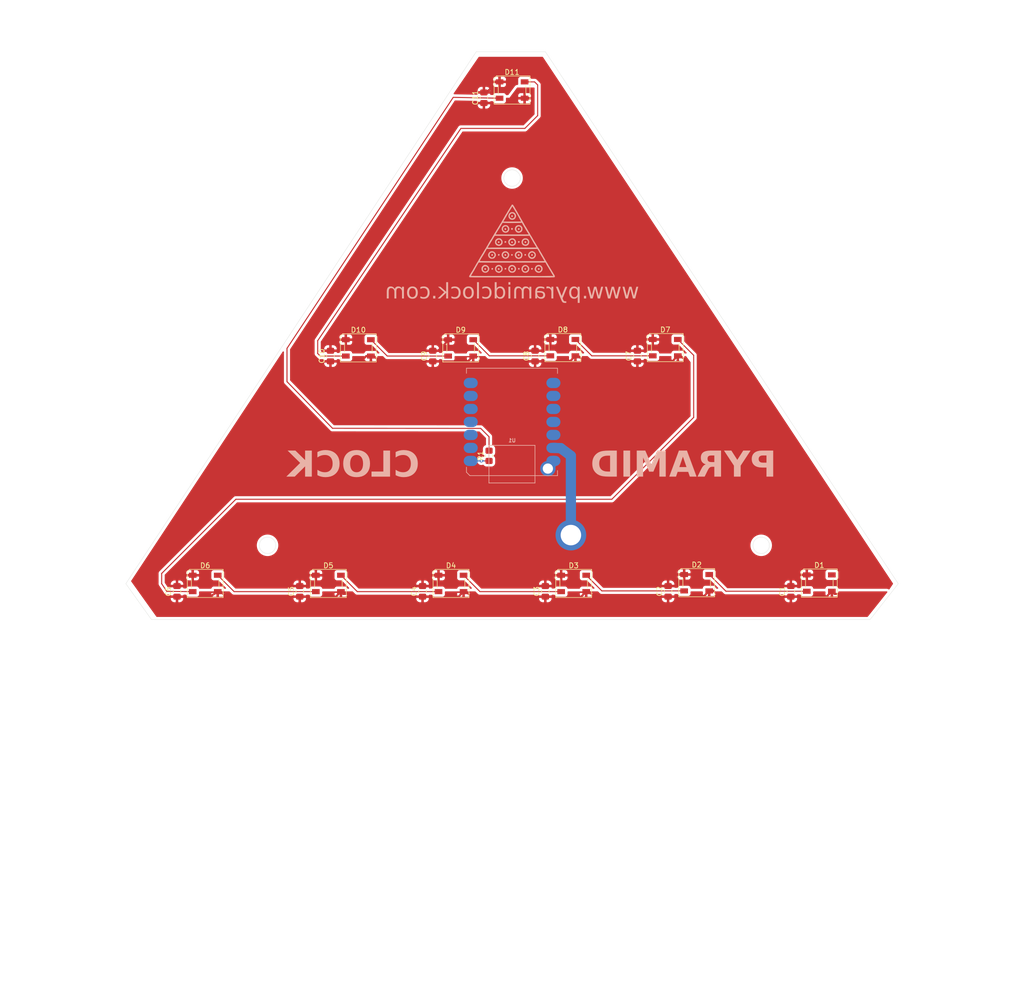
<source format=kicad_pcb>
(kicad_pcb (version 20241229) (generator "pcbnew") (generator_version "9.0")
  (layers (0 "F.Cu" signal) (2 "B.Cu" signal) (13 "F.Paste" user) (15 "B.Paste" user) (5 "F.SilkS" user "F.Silkscreen") (7 "B.SilkS" user "B.Silkscreen") (1 "F.Mask" user) (3 "B.Mask" user) (25 "Edge.Cuts" user))
  (net 0 "")
  (net 1 "Net-(D1-VSS)")
  (net 2 "Net-(D1-VDD)")
  (net 3 "Net-(D1-DIN)")
  (net 5 "Net-(D2-DIN)")
  (net 6 "Net-(D3-DIN)")
  (net 7 "Net-(D4-DIN)")
  (net 8 "Net-(D5-DIN)")
  (net 9 "Net-(D6-DIN)")
  (net 10 "Net-(D7-DIN)")
  (net 11 "Net-(D8-DIN)")
  (net 12 "Net-(D10-DOUT)")
  (net 13 "Net-(D10-DIN)")
  (net 25 "Net-(D11-DIN)")
  (net 26 "unconnected-(R1-Pad1)")
  (footprint "LED_SMD:LED_SK6812_PLCC4_5.0x5.0mm_P3.2mm" (layer "F.Cu") (at 160.931119 84.355705)
    (property "Reference" "D8" (at 0 -3.5 0) (layer "F.SilkS"))
    (property "Value" "SK6812" (hide yes))
    (pad "1" smd rect (at -2.45 -1.6 180) (size 1.5 1) (layers "F.Cu" "F.Mask" "F.Paste") (net 1 "Net-(D1-VSS)"))
    (pad "2" smd rect (at -2.45 1.6 180) (size 1.5 1) (layers "F.Cu" "F.Mask" "F.Paste") (net 11 "Net-(D8-DIN)"))
    (pad "3" smd rect (at 2.45 1.6 180) (size 1.5 1) (layers "F.Cu" "F.Mask" "F.Paste") (net 2 "Net-(D1-VDD)"))
    (pad "4" smd rect (at 2.45 -1.6 180) (size 1.5 1) (layers "F.Cu" "F.Mask" "F.Paste") (net 10 "Net-(D7-DIN)"))
  )
  (footprint "LED_SMD:LED_SK6812_PLCC4_5.0x5.0mm_P3.2mm" (layer "F.Cu") (at 139.068664 130.450989)
    (property "Reference" "D4" (at 0 -3.5 0) (layer "F.SilkS"))
    (property "Value" "SK6812" (hide yes))
    (pad "1" smd rect (at -2.45 -1.6 180) (size 1.5 1) (layers "F.Cu" "F.Mask" "F.Paste") (net 1 "Net-(D1-VSS)"))
    (pad "2" smd rect (at -2.45 1.6 180) (size 1.5 1) (layers "F.Cu" "F.Mask" "F.Paste") (net 7 "Net-(D4-DIN)"))
    (pad "3" smd rect (at 2.45 1.6 180) (size 1.5 1) (layers "F.Cu" "F.Mask" "F.Paste") (net 2 "Net-(D1-VDD)"))
    (pad "4" smd rect (at 2.45 -1.6 180) (size 1.5 1) (layers "F.Cu" "F.Mask" "F.Paste") (net 6 "Net-(D3-DIN)"))
  )
  (footprint "Capacitor_SMD:C_0805_2012Metric_Pad1.18x1.45mm_HandSolder" (layer "F.Cu") (at 85.5 132 90)
    (property "Reference" "C6" (at 0 -1.679999 90) (layer "F.SilkS"))
    (property "Value" "100nF" (hide yes))
    (pad "1" smd roundrect (at -1.0375 0 90) (size 1.175 1.45) (layers "F.Cu" "F.Mask" "F.Paste") (roundrect_rratio 0.212766) (net 2 "Net-(D1-VDD)"))
    (pad "2" smd roundrect (at 1.0375 0 90) (size 1.175 1.45) (layers "F.Cu" "F.Mask" "F.Paste") (roundrect_rratio 0.212766) (net 1 "Net-(D1-VSS)"))
  )
  (footprint "Capacitor_SMD:C_0805_2012Metric_Pad1.18x1.45mm_HandSolder" (layer "F.Cu") (at 133.5 132 90)
    (property "Reference" "C4" (at 0 -1.679999 90) (layer "F.SilkS"))
    (property "Value" "100nF" (hide yes))
    (pad "1" smd roundrect (at -1.0375 0 90) (size 1.175 1.45) (layers "F.Cu" "F.Mask" "F.Paste") (roundrect_rratio 0.212766) (net 2 "Net-(D1-VDD)"))
    (pad "2" smd roundrect (at 1.0375 0 90) (size 1.175 1.45) (layers "F.Cu" "F.Mask" "F.Paste") (roundrect_rratio 0.212766) (net 1 "Net-(D1-VSS)"))
  )
  (footprint "LED_SMD:LED_SK6812_PLCC4_5.0x5.0mm_P3.2mm" (layer "F.Cu") (at 115.093247 130.450989)
    (property "Reference" "D5" (at 0 -3.5 0) (layer "F.SilkS"))
    (property "Value" "SK6812" (hide yes))
    (pad "1" smd rect (at -2.45 -1.6 180) (size 1.5 1) (layers "F.Cu" "F.Mask" "F.Paste") (net 1 "Net-(D1-VSS)"))
    (pad "2" smd rect (at -2.45 1.6 180) (size 1.5 1) (layers "F.Cu" "F.Mask" "F.Paste") (net 8 "Net-(D5-DIN)"))
    (pad "3" smd rect (at 2.45 1.6 180) (size 1.5 1) (layers "F.Cu" "F.Mask" "F.Paste") (net 2 "Net-(D1-VDD)"))
    (pad "4" smd rect (at 2.45 -1.6 180) (size 1.5 1) (layers "F.Cu" "F.Mask" "F.Paste") (net 7 "Net-(D4-DIN)"))
  )
  (footprint "LED_SMD:LED_SK6812_PLCC4_5.0x5.0mm_P3.2mm" (layer "F.Cu") (at 120.95 84.4)
    (property "Reference" "D10" (at 0 -3.5 0) (layer "F.SilkS"))
    (property "Value" "SK6812" (hide yes))
    (pad "1" smd rect (at -2.45 -1.6 180) (size 1.5 1) (layers "F.Cu" "F.Mask" "F.Paste") (net 1 "Net-(D1-VSS)"))
    (pad "2" smd rect (at -2.45 1.6 180) (size 1.5 1) (layers "F.Cu" "F.Mask" "F.Paste") (net 13 "Net-(D10-DIN)"))
    (pad "3" smd rect (at 2.45 1.6 180) (size 1.5 1) (layers "F.Cu" "F.Mask" "F.Paste") (net 2 "Net-(D1-VDD)"))
    (pad "4" smd rect (at 2.45 -1.6 180) (size 1.5 1) (layers "F.Cu" "F.Mask" "F.Paste") (net 12 "Net-(D10-DOUT)"))
  )
  (footprint "Capacitor_SMD:C_0805_2012Metric_Pad1.18x1.45mm_HandSolder" (layer "F.Cu") (at 145.5 35.5 90)
    (property "Reference" "C11" (at 0 -1.679999 90) (layer "F.SilkS"))
    (property "Value" "100nF" (hide yes))
    (pad "1" smd roundrect (at -1.0375 0 90) (size 1.175 1.45) (layers "F.Cu" "F.Mask" "F.Paste") (roundrect_rratio 0.212766) (net 2 "Net-(D1-VDD)"))
    (pad "2" smd roundrect (at 1.0375 0 90) (size 1.175 1.45) (layers "F.Cu" "F.Mask" "F.Paste") (roundrect_rratio 0.212766) (net 1 "Net-(D1-VSS)"))
  )
  (footprint "Capacitor_SMD:C_0805_2012Metric_Pad1.18x1.45mm_HandSolder" (layer "F.Cu") (at 135.5 86 90)
    (property "Reference" "C9" (at 0 -1.679999 90) (layer "F.SilkS"))
    (property "Value" "100nF" (hide yes))
    (pad "1" smd roundrect (at -1.0375 0 90) (size 1.175 1.45) (layers "F.Cu" "F.Mask" "F.Paste") (roundrect_rratio 0.212766) (net 2 "Net-(D1-VDD)"))
    (pad "2" smd roundrect (at 1.0375 0 90) (size 1.175 1.45) (layers "F.Cu" "F.Mask" "F.Paste") (roundrect_rratio 0.212766) (net 1 "Net-(D1-VSS)"))
  )
  (footprint "Capacitor_SMD:C_0805_2012Metric_Pad1.18x1.45mm_HandSolder" (layer "F.Cu") (at 115.5 86 90)
    (property "Reference" "C10" (at 0 -1.679999 90) (layer "F.SilkS"))
    (property "Value" "100nF" (hide yes))
    (pad "1" smd roundrect (at -1.0375 0 90) (size 1.175 1.45) (layers "F.Cu" "F.Mask" "F.Paste") (roundrect_rratio 0.212766) (net 2 "Net-(D1-VDD)"))
    (pad "2" smd roundrect (at 1.0375 0 90) (size 1.175 1.45) (layers "F.Cu" "F.Mask" "F.Paste") (roundrect_rratio 0.212766) (net 1 "Net-(D1-VSS)"))
  )
  (footprint "Capacitor_SMD:C_0805_2012Metric_Pad1.18x1.45mm_HandSolder" (layer "F.Cu") (at 157.5 132 90)
    (property "Reference" "C3" (at 0 -1.679999 90) (layer "F.SilkS"))
    (property "Value" "100nF" (hide yes))
    (pad "1" smd roundrect (at -1.0375 0 90) (size 1.175 1.45) (layers "F.Cu" "F.Mask" "F.Paste") (roundrect_rratio 0.212766) (net 2 "Net-(D1-VDD)"))
    (pad "2" smd roundrect (at 1.0375 0 90) (size 1.175 1.45) (layers "F.Cu" "F.Mask" "F.Paste") (roundrect_rratio 0.212766) (net 1 "Net-(D1-VSS)"))
  )
  (footprint "LED_SMD:LED_SK6812_PLCC4_5.0x5.0mm_P3.2mm" (layer "F.Cu") (at 163.044082 130.450989)
    (property "Reference" "D3" (at 0 -3.5 0) (layer "F.SilkS"))
    (property "Value" "SK6812" (hide yes))
    (pad "1" smd rect (at -2.45 -1.6 180) (size 1.5 1) (layers "F.Cu" "F.Mask" "F.Paste") (net 1 "Net-(D1-VSS)"))
    (pad "2" smd rect (at -2.45 1.6 180) (size 1.5 1) (layers "F.Cu" "F.Mask" "F.Paste") (net 6 "Net-(D3-DIN)"))
    (pad "3" smd rect (at 2.45 1.6 180) (size 1.5 1) (layers "F.Cu" "F.Mask" "F.Paste") (net 2 "Net-(D1-VDD)"))
    (pad "4" smd rect (at 2.45 -1.6 180) (size 1.5 1) (layers "F.Cu" "F.Mask" "F.Paste") (net 5 "Net-(D2-DIN)"))
  )
  (footprint "Capacitor_SMD:C_0805_2012Metric_Pad1.18x1.45mm_HandSolder" (layer "F.Cu") (at 181.5 132 90)
    (property "Reference" "C2" (at 0 -1.679999 90) (layer "F.SilkS"))
    (property "Value" "100nF" (hide yes))
    (pad "1" smd roundrect (at -1.0375 0 90) (size 1.175 1.45) (layers "F.Cu" "F.Mask" "F.Paste") (roundrect_rratio 0.212766) (net 2 "Net-(D1-VDD)"))
    (pad "2" smd roundrect (at 1.0375 0 90) (size 1.175 1.45) (layers "F.Cu" "F.Mask" "F.Paste") (roundrect_rratio 0.212766) (net 1 "Net-(D1-VSS)"))
  )
  (footprint "LED_SMD:LED_SK6812_PLCC4_5.0x5.0mm_P3.2mm" (layer "F.Cu") (at 151 34)
    (property "Reference" "D11" (at 0 -3.5 0) (layer "F.SilkS"))
    (property "Value" "SK6812" (hide yes))
    (pad "1" smd rect (at -2.45 -1.6 180) (size 1.5 1) (layers "F.Cu" "F.Mask" "F.Paste") (net 1 "Net-(D1-VSS)"))
    (pad "2" smd rect (at -2.45 1.6 180) (size 1.5 1) (layers "F.Cu" "F.Mask" "F.Paste") (net 25 "Net-(D11-DIN)"))
    (pad "3" smd rect (at 2.45 1.6 180) (size 1.5 1) (layers "F.Cu" "F.Mask" "F.Paste") (net 2 "Net-(D1-VDD)"))
    (pad "4" smd rect (at 2.45 -1.6 180) (size 1.5 1) (layers "F.Cu" "F.Mask" "F.Paste") (net 13 "Net-(D10-DIN)"))
  )
  (footprint "Capacitor_SMD:C_0805_2012Metric_Pad1.18x1.45mm_HandSolder" (layer "F.Cu") (at 205.5 132 90)
    (property "Reference" "C1" (at 0 -1.679999 90) (layer "F.SilkS"))
    (property "Value" "100nF" (hide yes))
    (pad "1" smd roundrect (at -1.0375 0 90) (size 1.175 1.45) (layers "F.Cu" "F.Mask" "F.Paste") (roundrect_rratio 0.212766) (net 2 "Net-(D1-VDD)"))
    (pad "2" smd roundrect (at 1.0375 0 90) (size 1.175 1.45) (layers "F.Cu" "F.Mask" "F.Paste") (roundrect_rratio 0.212766) (net 1 "Net-(D1-VSS)"))
  )
  (footprint "LED_SMD:LED_SK6812_PLCC4_5.0x5.0mm_P3.2mm" (layer "F.Cu") (at 211.066486 130.379421)
    (property "Reference" "D1" (at 0 -3.5 0) (layer "F.SilkS"))
    (property "Value" "SK6812" (hide yes))
    (pad "1" smd rect (at -2.45 -1.6 180) (size 1.5 1) (layers "F.Cu" "F.Mask" "F.Paste") (net 1 "Net-(D1-VSS)"))
    (pad "2" smd rect (at -2.45 1.6 180) (size 1.5 1) (layers "F.Cu" "F.Mask" "F.Paste") (net 3 "Net-(D1-DIN)"))
    (pad "3" smd rect (at 2.45 1.6 180) (size 1.5 1) (layers "F.Cu" "F.Mask" "F.Paste") (net 2 "Net-(D1-VDD)"))
    (pad "4" smd rect (at 2.45 -1.6 180) (size 1.5 1) (layers "F.Cu" "F.Mask" "F.Paste"))
  )
  (footprint "Capacitor_SMD:C_0805_2012Metric_Pad1.18x1.45mm_HandSolder" (layer "F.Cu") (at 175.5 86 90)
    (property "Reference" "C7" (at 0 -1.679999 90) (layer "F.SilkS"))
    (property "Value" "100nF" (hide yes))
    (pad "1" smd roundrect (at -1.0375 0 90) (size 1.175 1.45) (layers "F.Cu" "F.Mask" "F.Paste") (roundrect_rratio 0.212766) (net 2 "Net-(D1-VDD)"))
    (pad "2" smd roundrect (at 1.0375 0 90) (size 1.175 1.45) (layers "F.Cu" "F.Mask" "F.Paste") (roundrect_rratio 0.212766) (net 1 "Net-(D1-VSS)"))
  )
  (footprint "Capacitor_SMD:C_0805_2012Metric_Pad1.18x1.45mm_HandSolder" (layer "F.Cu") (at 155.5 86 90)
    (property "Reference" "C8" (at 0 -1.679999 90) (layer "F.SilkS"))
    (property "Value" "100nF" (hide yes))
    (pad "1" smd roundrect (at -1.0375 0 90) (size 1.175 1.45) (layers "F.Cu" "F.Mask" "F.Paste") (roundrect_rratio 0.212766) (net 2 "Net-(D1-VDD)"))
    (pad "2" smd roundrect (at 1.0375 0 90) (size 1.175 1.45) (layers "F.Cu" "F.Mask" "F.Paste") (roundrect_rratio 0.212766) (net 1 "Net-(D1-VSS)"))
  )
  (footprint "Resistor_SMD:R_0805_2012Metric_Pad1.20x1.40mm_HandSolder" (layer "F.Cu") (at 146.5 105.5 90)
    (property "Reference" "R1" (at 0 -1.65 90) (layer "F.SilkS"))
    (property "Value" "330R")
    (pad "1" smd roundrect (at -1 0 90) (size 1.2 1.4) (layers "F.Cu" "F.Mask" "F.Paste") (roundrect_rratio 0.208333) (net 26 "unconnected-(R1-Pad1)"))
    (pad "2" smd roundrect (at 1 0 90) (size 1.2 1.4) (layers "F.Cu" "F.Mask" "F.Paste") (roundrect_rratio 0.208333) (net 25 "Net-(D11-DIN)"))
  )
  (footprint "Capacitor_SMD:C_0805_2012Metric_Pad1.18x1.45mm_HandSolder" (layer "F.Cu") (at 109.5 132 90)
    (property "Reference" "C5" (at 0 -1.679999 90) (layer "F.SilkS"))
    (property "Value" "100nF" (hide yes))
    (pad "1" smd roundrect (at -1.0375 0 90) (size 1.175 1.45) (layers "F.Cu" "F.Mask" "F.Paste") (roundrect_rratio 0.212766) (net 2 "Net-(D1-VDD)"))
    (pad "2" smd roundrect (at 1.0375 0 90) (size 1.175 1.45) (layers "F.Cu" "F.Mask" "F.Paste") (roundrect_rratio 0.212766) (net 1 "Net-(D1-VSS)"))
  )
  (footprint "LED_SMD:LED_SK6812_PLCC4_5.0x5.0mm_P3.2mm" (layer "F.Cu") (at 180.953116 84.355705)
    (property "Reference" "D7" (at 0 -3.5 0) (layer "F.SilkS"))
    (property "Value" "SK6812" (hide yes))
    (pad "1" smd rect (at -2.45 -1.6 180) (size 1.5 1) (layers "F.Cu" "F.Mask" "F.Paste") (net 1 "Net-(D1-VSS)"))
    (pad "2" smd rect (at -2.45 1.6 180) (size 1.5 1) (layers "F.Cu" "F.Mask" "F.Paste") (net 10 "Net-(D7-DIN)"))
    (pad "3" smd rect (at 2.45 1.6 180) (size 1.5 1) (layers "F.Cu" "F.Mask" "F.Paste") (net 2 "Net-(D1-VDD)"))
    (pad "4" smd rect (at 2.45 -1.6 180) (size 1.5 1) (layers "F.Cu" "F.Mask" "F.Paste") (net 9 "Net-(D6-DIN)"))
  )
  (footprint "LED_SMD:LED_SK6812_PLCC4_5.0x5.0mm_P3.2mm" (layer "F.Cu") (at 187.091068 130.307853)
    (property "Reference" "D2" (at 0 -3.5 0) (layer "F.SilkS"))
    (property "Value" "SK6812" (hide yes))
    (pad "1" smd rect (at -2.45 -1.6 180) (size 1.5 1) (layers "F.Cu" "F.Mask" "F.Paste") (net 1 "Net-(D1-VSS)"))
    (pad "2" smd rect (at -2.45 1.6 180) (size 1.5 1) (layers "F.Cu" "F.Mask" "F.Paste") (net 5 "Net-(D2-DIN)"))
    (pad "3" smd rect (at 2.45 1.6 180) (size 1.5 1) (layers "F.Cu" "F.Mask" "F.Paste") (net 2 "Net-(D1-VDD)"))
    (pad "4" smd rect (at 2.45 -1.6 180) (size 1.5 1) (layers "F.Cu" "F.Mask" "F.Paste") (net 3 "Net-(D1-DIN)"))
  )
  (footprint "LED_SMD:LED_SK6812_PLCC4_5.0x5.0mm_P3.2mm" (layer "F.Cu") (at 140.955254 84.401839)
    (property "Reference" "D9" (at 0 -3.5 0) (layer "F.SilkS"))
    (property "Value" "SK6812" (hide yes))
    (pad "1" smd rect (at -2.45 -1.6 180) (size 1.5 1) (layers "F.Cu" "F.Mask" "F.Paste") (net 1 "Net-(D1-VSS)"))
    (pad "2" smd rect (at -2.45 1.6 180) (size 1.5 1) (layers "F.Cu" "F.Mask" "F.Paste") (net 12 "Net-(D10-DOUT)"))
    (pad "3" smd rect (at 2.45 1.6 180) (size 1.5 1) (layers "F.Cu" "F.Mask" "F.Paste") (net 2 "Net-(D1-VDD)"))
    (pad "4" smd rect (at 2.45 -1.6 180) (size 1.5 1) (layers "F.Cu" "F.Mask" "F.Paste") (net 11 "Net-(D8-DIN)"))
  )
  (footprint "LED_SMD:LED_SK6812_PLCC4_5.0x5.0mm_P3.2mm" (layer "F.Cu") (at 91.012912 130.450989)
    (property "Reference" "D6" (at 0 -3.5 0) (layer "F.SilkS"))
    (property "Value" "SK6812" (hide yes))
    (pad "1" smd rect (at -2.45 -1.6 180) (size 1.5 1) (layers "F.Cu" "F.Mask" "F.Paste") (net 1 "Net-(D1-VSS)"))
    (pad "2" smd rect (at -2.45 1.6 180) (size 1.5 1) (layers "F.Cu" "F.Mask" "F.Paste") (net 9 "Net-(D6-DIN)"))
    (pad "3" smd rect (at 2.45 1.6 180) (size 1.5 1) (layers "F.Cu" "F.Mask" "F.Paste") (net 2 "Net-(D1-VDD)"))
    (pad "4" smd rect (at 2.45 -1.6 180) (size 1.5 1) (layers "F.Cu" "F.Mask" "F.Paste") (net 8 "Net-(D5-DIN)"))
  )
  (footprint "graphics:pyramid" (layer "B.Cu") (at 151 64 180)
    (property "Reference" "G***" (hide yes))
    (property "Value" "LOGO" (hide yes))
  )
  (footprint "xiao ESP32C3_PCB:MOUDLE14P-SMD-2.54-21X17.8MM" (layer "B.Cu") (at 142.0825 88.38075)
    (property "Reference" "U1" (at 8.9175 14.11925 180) (layer "B.SilkS") (effects (font (size 0.7 0.7)) (justify mirror)))
    (property "Value" "SEEEDUINO-XIAO-ESP32C3")
    (pad "1" smd roundrect (at 0.835 18.12) (size 2.75 2) (layers "B.Cu" "B.Mask" "B.Paste") (roundrect_rratio 0.5) (net 26 "unconnected-(R1-Pad1)"))
    (pad "2" smd roundrect (at 0.835001 15.58) (size 2.75 2) (layers "B.Cu" "B.Mask" "B.Paste") (roundrect_rratio 0.5))
    (pad "3" smd roundrect (at 0.835 13.04) (size 2.75 2) (layers "B.Cu" "B.Mask" "B.Paste") (roundrect_rratio 0.5))
    (pad "4" smd roundrect (at 0.835 10.5) (size 2.75 2) (layers "B.Cu" "B.Mask" "B.Paste") (roundrect_rratio 0.5))
    (pad "5" smd roundrect (at 0.835 7.96) (size 2.75 2) (layers "B.Cu" "B.Mask" "B.Paste") (roundrect_rratio 0.5))
    (pad "6" smd roundrect (at 0.835 5.42) (size 2.75 2) (layers "B.Cu" "B.Mask" "B.Paste") (roundrect_rratio 0.5))
    (pad "7" smd roundrect (at 0.835 2.880001) (size 2.75 2) (layers "B.Cu" "B.Mask" "B.Paste") (roundrect_rratio 0.5))
    (pad "8" smd roundrect (at 17 2.88) (size 2.75 2) (layers "B.Cu" "B.Mask" "B.Paste") (roundrect_rratio 0.5))
    (pad "9" smd roundrect (at 16.999999 5.42) (size 2.75 2) (layers "B.Cu" "B.Mask" "B.Paste") (roundrect_rratio 0.5))
    (pad "10" smd roundrect (at 17 7.96) (size 2.75 2) (layers "B.Cu" "B.Mask" "B.Paste") (roundrect_rratio 0.5))
    (pad "11" smd roundrect (at 17 10.5) (size 2.75 2) (layers "B.Cu" "B.Mask" "B.Paste") (roundrect_rratio 0.5))
    (pad "12" smd roundrect (at 17 13.04) (size 2.75 2) (layers "B.Cu" "B.Mask" "B.Paste") (roundrect_rratio 0.5))
    (pad "13" smd roundrect (at 17 15.579999) (size 2.75 2) (layers "B.Cu" "B.Mask" "B.Paste") (roundrect_rratio 0.5) (net 1 "Net-(D1-VSS)"))
    (pad "14" smd roundrect (at 17.000001 18.12) (size 2.75 2) (layers "B.Cu" "B.Mask" "B.Paste") (roundrect_rratio 0.5) (net 2 "Net-(D1-VDD)"))
  )
  (gr_line (start 75.5 130.5) (end 80.5 137.5) (stroke (width 0.05)) (layer "Edge.Cuts"))
  (gr_line (start 157.5 26.5) (end 144 26.5) (stroke (width 0.05)) (layer "Edge.Cuts"))
  (gr_line (start 221 137.5) (end 80.5 137.5) (stroke (width 0.05)) (layer "Edge.Cuts"))
  (gr_line (start 226.5 130.5) (end 221 137.5) (stroke (width 0.05)) (layer "Edge.Cuts"))
  (gr_line (start 157.5 26.5) (end 226.5 130.5) (stroke (width 0.05)) (layer "Edge.Cuts"))
  (gr_line (start 75.5 130.5) (end 144 26.5) (stroke (width 0.05)) (layer "Edge.Cuts"))
  (gr_circle (center 103.201562 123) (end 104.801562 123) (stroke (width 0.05)) (fill no) (layer "Edge.Cuts"))
  (gr_circle (center 199.701562 123) (end 201.301562 123) (stroke (width 0.05)) (fill no) (layer "Edge.Cuts"))
  (gr_circle (center 151 51.201562) (end 152.6 51.201562) (stroke (width 0.05)) (fill no) (layer "Edge.Cuts"))
  (gr_text "www.pyramidclock.com" (at 151 73.5 0) (layer "B.SilkS") (effects (font (size 3 3) (thickness 0.1)) (justify mirror)))
  (gr_text "PYRAMID" (at 184.5 107.5 0) (layer "B.SilkS") (effects (font (size 5 5) (thickness 0.2) (bold yes)) (justify mirror)))
  (gr_text "CLOCK" (at 120 107.5 0) (layer "B.SilkS") (effects (font (size 5 5) (thickness 0.2) (bold yes)) (justify mirror)))
  (segment (start 146.0375 34.4625) (end 147 33.5) (width 0.4) (layer "F.Cu") (net 1))
  (segment (start 136.5375 84.9625) (end 135.5 84.9625) (width 0.4) (layer "F.Cu") (net 1))
  (segment (start 112.643247 128.850989) (end 112.643247 128.856753) (width 0.4) (layer "F.Cu") (net 1))
  (segment (start 156.5375 84.9625) (end 155.5 84.9625) (width 0.4) (layer "F.Cu") (net 1))
  (segment (start 138.505254 82.994746) (end 136.5375 84.9625) (width 0.4) (layer "F.Cu") (net 1))
  (segment (start 158.481119 82.755705) (end 158.481119 83.018881) (width 0.4) (layer "F.Cu") (net 1))
  (segment (start 148.55 32.4) (end 148.55 32.45) (width 0.4) (layer "F.Cu") (net 1))
  (segment (start 178.503116 82.755705) (end 178.503116 82.996884) (width 0.4) (layer "F.Cu") (net 1))
  (segment (start 138.505254 83.005254) (end 138.505254 82.801839) (width 0.4) (layer "F.Cu") (net 1))
  (segment (start 145.5 34.4625) (end 146.0375 34.4625) (width 0.4) (layer "F.Cu") (net 1))
  (segment (start 136.618664 128.850989) (end 136.618664 128.881336) (width 0.4) (layer "F.Cu") (net 1))
  (segment (start 147 33.5) (end 146 34.5) (width 0.4) (layer "F.Cu") (net 1))
  (segment (start 176.5375 84.9625) (end 175.5 84.9625) (width 0.4) (layer "F.Cu") (net 1))
  (segment (start 138.505254 82.801839) (end 138.505254 82.994746) (width 0.4) (layer "F.Cu") (net 1))
  (via (at 162.5 121) (size 6) (drill 4) (layers "F.Cu" "B.Cu") (net 1))
  (segment (start 162.5 105.5) (end 160.5 104) (width 2) (layer "B.Cu") (net 1))
  (segment (start 162.5 121) (end 162.5 105.5) (width 2) (layer "B.Cu") (net 1))
  (segment (start 160.5 104) (end 159.0825 103.960749) (width 2) (layer "B.Cu") (net 1))
  (segment (start 159.0825 103.960749) (end 158.039251 103.960749) (width 0.4) (layer "B.Cu") (net 1))
  (segment (start 158.039251 103.960749) (end 158 104) (width 0.4) (layer "B.Cu") (net 1))
  (segment (start 117.992258 132.5) (end 119 132.5) (width 0.4) (layer "F.Cu") (net 2))
  (segment (start 165.494082 132.050989) (end 164.507571 133.0375) (width 0.4) (layer "F.Cu") (net 2))
  (segment (start 189.541068 131.907853) (end 190.407853 131.907853) (width 0.4) (layer "F.Cu") (net 2))
  (segment (start 117.543247 132.050989) (end 116.556736 133.0375) (width 0.4) (layer "F.Cu") (net 2))
  (segment (start 135.5 87.0375) (end 135.4625 87.0375) (width 0.4) (layer "F.Cu") (net 2))
  (segment (start 133.5 133.5) (end 133.5 133.0375) (width 0.4) (layer "F.Cu") (net 2))
  (segment (start 183.403116 85.955705) (end 182.321321 87.0375) (width 0.4) (layer "F.Cu") (net 2))
  (segment (start 142.369593 87.0375) (end 135.5 87.0375) (width 0.4) (layer "F.Cu") (net 2))
  (segment (start 93.462912 132.050989) (end 94.050989 132.050989) (width 0.4) (layer "F.Cu") (net 2))
  (segment (start 141.518664 132.050989) (end 140.532153 133.0375) (width 0.4) (layer "F.Cu") (net 2))
  (segment (start 115.5375 87.0375) (end 115.5 87.0375) (width 0.4) (layer "F.Cu") (net 2))
  (segment (start 117.543247 132.050989) (end 117.992258 132.5) (width 0.4) (layer "F.Cu") (net 2))
  (segment (start 165.494082 132.050989) (end 166.050989 132.050989) (width 0.4) (layer "F.Cu") (net 2))
  (segment (start 183.403116 85.955705) (end 183.955705 85.955705) (width 0.4) (layer "F.Cu") (net 2))
  (segment (start 190.407853 131.907853) (end 191.5 133) (width 0.4) (layer "F.Cu") (net 2))
  (segment (start 181.5375 133.0375) (end 181.5 133.0375) (width 0.4) (layer "F.Cu") (net 2))
  (segment (start 94.050989 132.050989) (end 95 133) (width 0.4) (layer "F.Cu") (net 2))
  (segment (start 175.5 87.0375) (end 175.4625 87.0375) (width 0.4) (layer "F.Cu") (net 2))
  (segment (start 163.381119 85.955705) (end 163.955705 85.955705) (width 0.4) (layer "F.Cu") (net 2))
  (segment (start 189.541068 131.907853) (end 188.411421 133.0375) (width 0.4) (layer "F.Cu") (net 2))
  (segment (start 214.037065 132.5) (end 215 132.5) (width 0.4) (layer "F.Cu") (net 2))
  (segment (start 109.5 133.0375) (end 109.4625 133.0375) (width 0.4) (layer "F.Cu") (net 2))
  (segment (start 141.518664 132.050989) (end 142.050989 132.050989) (width 0.4) (layer "F.Cu") (net 2))
  (segment (start 142.050989 132.050989) (end 143 133) (width 0.4) (layer "F.Cu") (net 2))
  (segment (start 157.5 133.5) (end 157.5 133.0375) (width 0.4) (layer "F.Cu") (net 2))
  (segment (start 124 86) (end 125 87) (width 0.4) (layer "F.Cu") (net 2))
  (segment (start 163.381119 85.955705) (end 162.299324 87.0375) (width 0.4) (layer "F.Cu") (net 2))
  (segment (start 213.516486 131.979421) (end 214.037065 132.5) (width 0.4) (layer "F.Cu") (net 2))
  (segment (start 93.462912 132.050989) (end 92 133) (width 0.4) (layer "F.Cu") (net 2))
  (segment (start 213.516486 131.979421) (end 212.458407 133.0375) (width 0.4) (layer "F.Cu") (net 2))
  (segment (start 123.4 86) (end 122.5 86) (width 0.4) (layer "F.Cu") (net 2))
  (segment (start 122.5 86) (end 122 86.5) (width 0.4) (layer "F.Cu") (net 2))
  (segment (start 143.405254 86.001839) (end 142.369593 87.0375) (width 0.4) (layer "F.Cu") (net 2))
  (segment (start 124 86) (end 123.4 86) (width 0.4) (layer "F.Cu") (net 2))
  (segment (start 166.050989 132.050989) (end 167 133) (width 0.4) (layer "F.Cu") (net 2))
  (segment (start 163.955705 85.955705) (end 165 87) (width 0.4) (layer "F.Cu") (net 2))
  (segment (start 183.955705 85.955705) (end 185 87) (width 0.4) (layer "F.Cu") (net 2))
  (segment (start 109.5 133.5) (end 109.5 133.0375) (width 0.4) (layer "F.Cu") (net 2))
  (via (at 158 108) (size 3) (drill 2) (layers "F.Cu" "B.Cu") (net 2))
  (segment (start 159.082501 106.50075) (end 158 108) (width 2) (layer "B.Cu") (net 2))
  (segment (start 192.812636 131.979421) (end 189.541068 128.707853) (width 0.2) (layer "F.Cu") (net 3))
  (segment (start 208.616486 131.979421) (end 192.812636 131.979421) (width 0.2) (layer "F.Cu") (net 3))
  (segment (start 184.641068 131.907853) (end 168.550946 131.907853) (width 0.2) (layer "F.Cu") (net 5))
  (segment (start 168.550946 131.907853) (end 165.494082 128.850989) (width 0.2) (layer "F.Cu") (net 5))
  (segment (start 160.594082 132.050989) (end 144.718664 132.050989) (width 0.2) (layer "F.Cu") (net 6))
  (segment (start 144.718664 132.050989) (end 141.518664 128.850989) (width 0.2) (layer "F.Cu") (net 6))
  (segment (start 136.618664 132.050989) (end 120.743247 132.050989) (width 0.2) (layer "F.Cu") (net 7))
  (segment (start 120.743247 132.050989) (end 117.543247 128.850989) (width 0.2) (layer "F.Cu") (net 7))
  (segment (start 96.662912 132.050989) (end 93.462912 128.850989) (width 0.2) (layer "F.Cu") (net 8))
  (segment (start 112.643247 132.050989) (end 96.662912 132.050989) (width 0.2) (layer "F.Cu") (net 8))
  (segment (start 83.5 132) (end 88.562912 132.050989) (width 0.2) (layer "F.Cu") (net 9))
  (segment (start 183.403116 82.755705) (end 186.5 85.852589) (width 0.2) (layer "F.Cu") (net 9))
  (segment (start 82.5 130.5) (end 83.5 132) (width 0.2) (layer "F.Cu") (net 9))
  (segment (start 186.5 98) (end 170.5 114) (width 0.2) (layer "F.Cu") (net 9))
  (segment (start 186.5 85.852589) (end 186.5 98) (width 0.2) (layer "F.Cu") (net 9))
  (segment (start 170.5 114) (end 97 114) (width 0.2) (layer "F.Cu") (net 9))
  (segment (start 97 114) (end 82.5 128.5) (width 0.2) (layer "F.Cu") (net 9))
  (segment (start 82.5 128.5) (end 82.5 130.5) (width 0.2) (layer "F.Cu") (net 9))
  (segment (start 166.581119 85.955705) (end 163.381119 82.755705) (width 0.2) (layer "F.Cu") (net 10))
  (segment (start 178.503116 85.955705) (end 166.581119 85.955705) (width 0.2) (layer "F.Cu") (net 10))
  (segment (start 146.55912 85.955705) (end 143.405254 82.801839) (width 0.2) (layer "F.Cu") (net 11))
  (segment (start 158.481119 85.955705) (end 146.55912 85.955705) (width 0.2) (layer "F.Cu") (net 11))
  (segment (start 126.601839 86.001839) (end 123.4 82.8) (width 0.2) (layer "F.Cu") (net 12))
  (segment (start 138.505254 86.001839) (end 126.601839 86.001839) (width 0.2) (layer "F.Cu") (net 12))
  (segment (start 141 41.5) (end 153.5 41.5) (width 0.2) (layer "F.Cu") (net 13))
  (segment (start 155.4 32.4) (end 153.45 32.4) (width 0.2) (layer "F.Cu") (net 13))
  (segment (start 113 85.5) (end 113 83) (width 0.2) (layer "F.Cu") (net 13))
  (segment (start 156 33) (end 155.4 32.4) (width 0.2) (layer "F.Cu") (net 13))
  (segment (start 118.5 86) (end 113.5 86) (width 0.2) (layer "F.Cu") (net 13))
  (segment (start 113.5 86) (end 113 85.5) (width 0.2) (layer "F.Cu") (net 13))
  (segment (start 153.5 41.5) (end 156 39) (width 0.2) (layer "F.Cu") (net 13))
  (segment (start 113 83) (end 141 41.5) (width 0.2) (layer "F.Cu") (net 13))
  (segment (start 156 39) (end 156 33) (width 0.2) (layer "F.Cu") (net 13))
  (segment (start 144.867846 100.138842) (end 115.89643 100.123182) (width 0.2) (layer "F.Cu") (net 25))
  (segment (start 107 84.5) (end 139.5 35.425357) (width 0.2) (layer "F.Cu") (net 25))
  (segment (start 146.5 104.5) (end 146.5 101.777684) (width 0.2) (layer "F.Cu") (net 25))
  (segment (start 107 91) (end 107 84.5) (width 0.2) (layer "F.Cu") (net 25))
  (segment (start 115.89643 100.123182) (end 107 91) (width 0.2) (layer "F.Cu") (net 25))
  (segment (start 146.5 101.777684) (end 144.867846 100.138842) (width 0.2) (layer "F.Cu") (net 25))
  (segment (start 139.5 35.425357) (end 148.55 35.6) (width 0.2) (layer "F.Cu") (net 25))
  (segment (start 145.00075 106.5) (end 145 106.50075) (width 0.2) (layer "F.Cu") (net 26))
  (segment (start 146.5 106.5) (end 145.00075 106.5) (width 0.2) (layer "F.Cu") (net 26))
  (via (at 145 106.50075) (size 0.6) (drill 0.3) (layers "F.Cu" "B.Cu") (net 26))
  (segment (start 145.49925 106.50075) (end 142.9175 106.50075) (width 0.2) (layer "B.Cu") (net 26))
  (segment (start 145 106.50075) (end 145.49925 106.50075) (width 0.2) (layer "B.Cu") (net 26))
  (zone (net 2) (net_name "Net-(D1-VDD)") (layer "F.Cu") (priority 1) (connect_pads (clearance 0.5)) (min_thickness 0.25) (fill yes (thermal_gap 0.5) (thermal_bridge_width 0.5))
    (polygon (pts (xy 139 35.5) (xy 150.5 35.5) (xy 152 33.5) (xy 156 33.5) (xy 156 39) (xy 153.5 41.5) (xy 147.5 41.5) (xy 141 41.5) (xy 133 53) (xy 113 83) (xy 114 86) (xy 185 86) (xy 186.5 88) (xy 186.5 98) (xy 171 114) (xy 97 114) (xy 82.5 128.5) (xy 83.5 132) (xy 224.5 132) (xy 220.5 137) (xy 81.5 137) (xy 76.5 130)))
  )
  (zone (net 1) (net_name "Net-(D1-VSS)") (layer "F.Cu") (connect_pads (clearance 0.5)) (min_thickness 0.25) (fill yes (thermal_gap 0.5) (thermal_bridge_width 0.5))
    (polygon (pts (xy 216.5 132) (xy 83.5 132) (xy 82.5 128.5) (xy 97 114) (xy 171 114) (xy 186.5 98) (xy 186.5 88) (xy 185 86) (xy 177 86) (xy 114 86) (xy 113 83) (xy 133 53) (xy 141 41.5) (xy 147.5 41.5) (xy 153.5 41.5) (xy 156 39) (xy 156 33.5) (xy 152 33.5) (xy 150.5 35.5) (xy 139 35.5) (xy 144.5 27.5) (xy 157 27.5) (xy 225.5 130.5) (xy 224.5 132)))
  )
)
</source>
